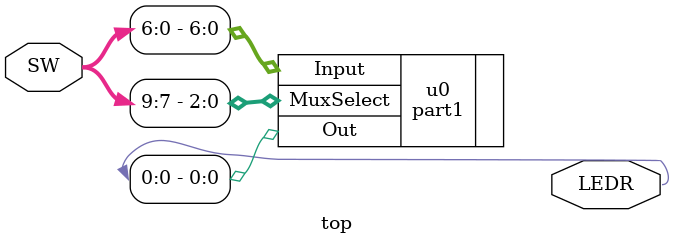
<source format=v>
module top(LEDR, SW);
    input [9:0] SW;
    output [9:0] LEDR;
	
	part1 u0(
		.MuxSelect(SW[9:7]),
		.Input(SW[6:0]),
		.Out(LEDR[0])
	);
	
endmodule
</source>
